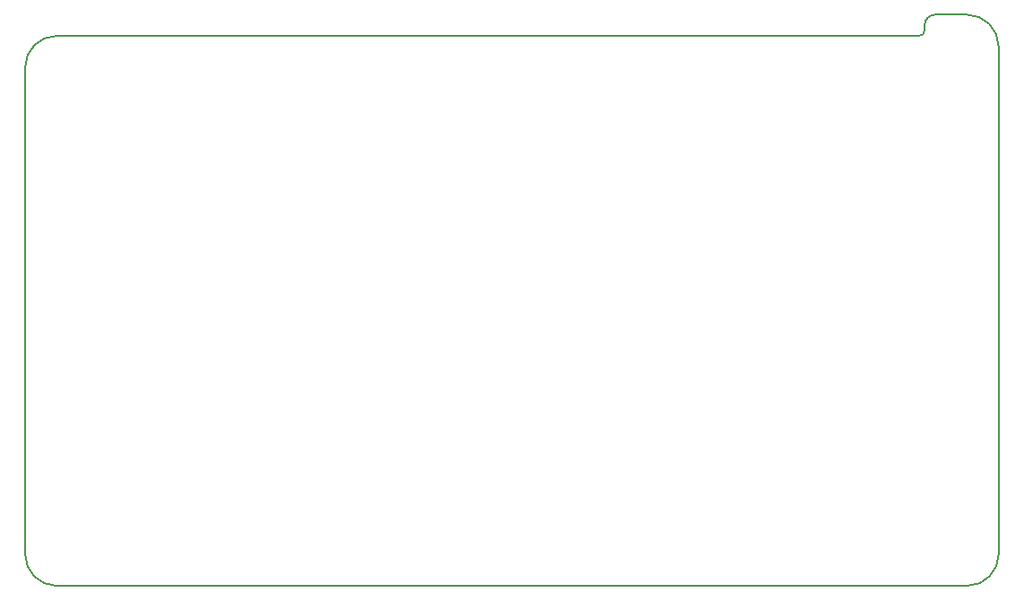
<source format=gbr>
%TF.GenerationSoftware,KiCad,Pcbnew,(5.1.10-1-10_14)*%
%TF.CreationDate,2022-03-08T11:01:30+00:00*%
%TF.ProjectId,The Card Tears Rounded,54686520-4361-4726-9420-546561727320,VERSION_HERE*%
%TF.SameCoordinates,Original*%
%TF.FileFunction,Profile,NP*%
%FSLAX46Y46*%
G04 Gerber Fmt 4.6, Leading zero omitted, Abs format (unit mm)*
G04 Created by KiCad (PCBNEW (5.1.10-1-10_14)) date 2022-03-08 11:01:30*
%MOMM*%
%LPD*%
G01*
G04 APERTURE LIST*
%TA.AperFunction,Profile*%
%ADD10C,0.150000*%
%TD*%
G04 APERTURE END LIST*
D10*
X11000000Y-9000000D02*
X97000000Y-9000000D01*
X8000000Y-6000000D02*
X8000000Y40000000D01*
X11000000Y43000000D02*
X92500000Y43000000D01*
X100000000Y-6000000D02*
X100000000Y42000000D01*
X97000000Y45000000D02*
X94000000Y45000000D01*
X93000000Y44000000D02*
X93000000Y43500000D01*
X100000000Y-6000000D02*
G75*
G02*
X97000000Y-9000000I-3000000J0D01*
G01*
X97000000Y45000000D02*
G75*
G02*
X100000000Y42000000I0J-3000000D01*
G01*
X8000000Y40000000D02*
G75*
G02*
X11000000Y43000000I3000000J0D01*
G01*
X11000000Y-9000000D02*
G75*
G02*
X8000000Y-6000000I0J3000000D01*
G01*
X93000000Y44000000D02*
G75*
G02*
X94000000Y45000000I1000000J0D01*
G01*
X93000000Y43500000D02*
G75*
G02*
X92500000Y43000000I-500000J0D01*
G01*
M02*

</source>
